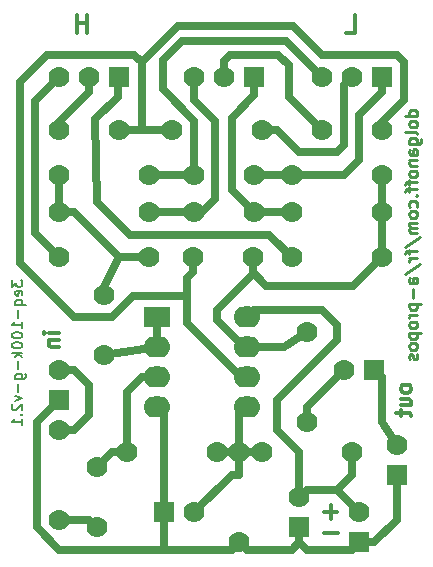
<source format=gbl>
%FSLAX46Y46*%
G04 Gerber Fmt 4.6, Leading zero omitted, Abs format (unit mm)*
G04 Created by KiCad (PCBNEW (2014-10-18 BZR 5203)-product) date 29/10/2014 12:39:24*
%MOMM*%
G01*
G04 APERTURE LIST*
%ADD10C,0.100000*%
%ADD11C,0.300000*%
%ADD12C,0.203200*%
%ADD13C,0.254000*%
%ADD14C,1.778000*%
%ADD15R,1.778000X1.778000*%
%ADD16R,2.286000X1.778000*%
%ADD17O,2.286000X1.778000*%
%ADD18C,0.635000*%
G04 APERTURE END LIST*
D10*
D11*
X119173571Y-78148571D02*
X119173571Y-76648571D01*
X119173571Y-77362857D02*
X118316428Y-77362857D01*
X118316428Y-78148571D02*
X118316428Y-76648571D01*
X141140714Y-78148571D02*
X141855000Y-78148571D01*
X141855000Y-76648571D01*
X146624524Y-108191905D02*
X146564048Y-108070952D01*
X146503571Y-108010476D01*
X146382619Y-107950000D01*
X146019762Y-107950000D01*
X145898810Y-108010476D01*
X145838333Y-108070952D01*
X145777857Y-108191905D01*
X145777857Y-108373333D01*
X145838333Y-108494285D01*
X145898810Y-108554762D01*
X146019762Y-108615238D01*
X146382619Y-108615238D01*
X146503571Y-108554762D01*
X146564048Y-108494285D01*
X146624524Y-108373333D01*
X146624524Y-108191905D01*
X145777857Y-109703810D02*
X146624524Y-109703810D01*
X145777857Y-109159524D02*
X146443095Y-109159524D01*
X146564048Y-109220000D01*
X146624524Y-109340953D01*
X146624524Y-109522381D01*
X146564048Y-109643333D01*
X146503571Y-109703810D01*
X145777857Y-110127143D02*
X145777857Y-110610953D01*
X145354524Y-110308572D02*
X146443095Y-110308572D01*
X146564048Y-110369048D01*
X146624524Y-110490001D01*
X146624524Y-110610953D01*
X116779524Y-103565476D02*
X115932857Y-103565476D01*
X115509524Y-103565476D02*
X115570000Y-103505000D01*
X115630476Y-103565476D01*
X115570000Y-103625952D01*
X115509524Y-103565476D01*
X115630476Y-103565476D01*
X115932857Y-104170238D02*
X116779524Y-104170238D01*
X116053810Y-104170238D02*
X115993333Y-104230714D01*
X115932857Y-104351667D01*
X115932857Y-104533095D01*
X115993333Y-104654047D01*
X116114286Y-104714524D01*
X116779524Y-104714524D01*
X139807143Y-118173572D02*
X139807143Y-119316429D01*
X140378571Y-118745000D02*
X139235714Y-118745000D01*
X139255572Y-120542857D02*
X140398429Y-120542857D01*
D12*
X112797167Y-99123499D02*
X112797167Y-99673832D01*
X113135833Y-99377499D01*
X113135833Y-99504499D01*
X113178167Y-99589166D01*
X113220500Y-99631499D01*
X113305167Y-99673832D01*
X113516833Y-99673832D01*
X113601500Y-99631499D01*
X113643833Y-99589166D01*
X113686167Y-99504499D01*
X113686167Y-99250499D01*
X113643833Y-99165832D01*
X113601500Y-99123499D01*
X113643833Y-100393499D02*
X113686167Y-100308833D01*
X113686167Y-100139499D01*
X113643833Y-100054833D01*
X113559167Y-100012499D01*
X113220500Y-100012499D01*
X113135833Y-100054833D01*
X113093500Y-100139499D01*
X113093500Y-100308833D01*
X113135833Y-100393499D01*
X113220500Y-100435833D01*
X113305167Y-100435833D01*
X113389833Y-100012499D01*
X113093500Y-101197833D02*
X113982500Y-101197833D01*
X113643833Y-101197833D02*
X113686167Y-101113166D01*
X113686167Y-100943833D01*
X113643833Y-100859166D01*
X113601500Y-100816833D01*
X113516833Y-100774499D01*
X113262833Y-100774499D01*
X113178167Y-100816833D01*
X113135833Y-100859166D01*
X113093500Y-100943833D01*
X113093500Y-101113166D01*
X113135833Y-101197833D01*
X113347500Y-101621166D02*
X113347500Y-102298499D01*
X113686167Y-103187499D02*
X113686167Y-102679499D01*
X113686167Y-102933499D02*
X112797167Y-102933499D01*
X112924167Y-102848833D01*
X113008833Y-102764166D01*
X113051167Y-102679499D01*
X112797167Y-103737833D02*
X112797167Y-103822500D01*
X112839500Y-103907166D01*
X112881833Y-103949500D01*
X112966500Y-103991833D01*
X113135833Y-104034166D01*
X113347500Y-104034166D01*
X113516833Y-103991833D01*
X113601500Y-103949500D01*
X113643833Y-103907166D01*
X113686167Y-103822500D01*
X113686167Y-103737833D01*
X113643833Y-103653166D01*
X113601500Y-103610833D01*
X113516833Y-103568500D01*
X113347500Y-103526166D01*
X113135833Y-103526166D01*
X112966500Y-103568500D01*
X112881833Y-103610833D01*
X112839500Y-103653166D01*
X112797167Y-103737833D01*
X112797167Y-104584500D02*
X112797167Y-104669167D01*
X112839500Y-104753833D01*
X112881833Y-104796167D01*
X112966500Y-104838500D01*
X113135833Y-104880833D01*
X113347500Y-104880833D01*
X113516833Y-104838500D01*
X113601500Y-104796167D01*
X113643833Y-104753833D01*
X113686167Y-104669167D01*
X113686167Y-104584500D01*
X113643833Y-104499833D01*
X113601500Y-104457500D01*
X113516833Y-104415167D01*
X113347500Y-104372833D01*
X113135833Y-104372833D01*
X112966500Y-104415167D01*
X112881833Y-104457500D01*
X112839500Y-104499833D01*
X112797167Y-104584500D01*
X113686167Y-105261834D02*
X112797167Y-105261834D01*
X113347500Y-105346500D02*
X113686167Y-105600500D01*
X113093500Y-105600500D02*
X113432167Y-105261834D01*
X113347500Y-105981501D02*
X113347500Y-106658834D01*
X113093500Y-107463168D02*
X113813167Y-107463168D01*
X113897833Y-107420834D01*
X113940167Y-107378501D01*
X113982500Y-107293834D01*
X113982500Y-107166834D01*
X113940167Y-107082168D01*
X113643833Y-107463168D02*
X113686167Y-107378501D01*
X113686167Y-107209168D01*
X113643833Y-107124501D01*
X113601500Y-107082168D01*
X113516833Y-107039834D01*
X113262833Y-107039834D01*
X113178167Y-107082168D01*
X113135833Y-107124501D01*
X113093500Y-107209168D01*
X113093500Y-107378501D01*
X113135833Y-107463168D01*
X113347500Y-107886501D02*
X113347500Y-108563834D01*
X113093500Y-108902501D02*
X113686167Y-109114168D01*
X113093500Y-109325834D01*
X112881833Y-109622167D02*
X112839500Y-109664501D01*
X112797167Y-109749167D01*
X112797167Y-109960834D01*
X112839500Y-110045501D01*
X112881833Y-110087834D01*
X112966500Y-110130167D01*
X113051167Y-110130167D01*
X113178167Y-110087834D01*
X113686167Y-109579834D01*
X113686167Y-110130167D01*
X113601500Y-110511168D02*
X113643833Y-110553501D01*
X113686167Y-110511168D01*
X113643833Y-110468834D01*
X113601500Y-110511168D01*
X113686167Y-110511168D01*
X113686167Y-111400167D02*
X113686167Y-110892167D01*
X113686167Y-111146167D02*
X112797167Y-111146167D01*
X112924167Y-111061501D01*
X113008833Y-110976834D01*
X113051167Y-110892167D01*
D13*
X147144619Y-85186763D02*
X146128619Y-85186763D01*
X147096238Y-85186763D02*
X147144619Y-85090001D01*
X147144619Y-84896478D01*
X147096238Y-84799716D01*
X147047857Y-84751335D01*
X146951095Y-84702954D01*
X146660810Y-84702954D01*
X146564048Y-84751335D01*
X146515667Y-84799716D01*
X146467286Y-84896478D01*
X146467286Y-85090001D01*
X146515667Y-85186763D01*
X147144619Y-85815716D02*
X147096238Y-85718954D01*
X147047857Y-85670573D01*
X146951095Y-85622192D01*
X146660810Y-85622192D01*
X146564048Y-85670573D01*
X146515667Y-85718954D01*
X146467286Y-85815716D01*
X146467286Y-85960858D01*
X146515667Y-86057620D01*
X146564048Y-86106001D01*
X146660810Y-86154382D01*
X146951095Y-86154382D01*
X147047857Y-86106001D01*
X147096238Y-86057620D01*
X147144619Y-85960858D01*
X147144619Y-85815716D01*
X147144619Y-86734954D02*
X147096238Y-86638192D01*
X146999476Y-86589811D01*
X146128619Y-86589811D01*
X146467286Y-87557429D02*
X147289762Y-87557429D01*
X147386524Y-87509048D01*
X147434905Y-87460667D01*
X147483286Y-87363906D01*
X147483286Y-87218763D01*
X147434905Y-87122001D01*
X147096238Y-87557429D02*
X147144619Y-87460667D01*
X147144619Y-87267144D01*
X147096238Y-87170382D01*
X147047857Y-87122001D01*
X146951095Y-87073620D01*
X146660810Y-87073620D01*
X146564048Y-87122001D01*
X146515667Y-87170382D01*
X146467286Y-87267144D01*
X146467286Y-87460667D01*
X146515667Y-87557429D01*
X147144619Y-88476667D02*
X146612429Y-88476667D01*
X146515667Y-88428286D01*
X146467286Y-88331524D01*
X146467286Y-88138001D01*
X146515667Y-88041239D01*
X147096238Y-88476667D02*
X147144619Y-88379905D01*
X147144619Y-88138001D01*
X147096238Y-88041239D01*
X146999476Y-87992858D01*
X146902714Y-87992858D01*
X146805952Y-88041239D01*
X146757571Y-88138001D01*
X146757571Y-88379905D01*
X146709190Y-88476667D01*
X146467286Y-88960477D02*
X147144619Y-88960477D01*
X146564048Y-88960477D02*
X146515667Y-89008858D01*
X146467286Y-89105620D01*
X146467286Y-89250762D01*
X146515667Y-89347524D01*
X146612429Y-89395905D01*
X147144619Y-89395905D01*
X147144619Y-90024858D02*
X147096238Y-89928096D01*
X147047857Y-89879715D01*
X146951095Y-89831334D01*
X146660810Y-89831334D01*
X146564048Y-89879715D01*
X146515667Y-89928096D01*
X146467286Y-90024858D01*
X146467286Y-90170000D01*
X146515667Y-90266762D01*
X146564048Y-90315143D01*
X146660810Y-90363524D01*
X146951095Y-90363524D01*
X147047857Y-90315143D01*
X147096238Y-90266762D01*
X147144619Y-90170000D01*
X147144619Y-90024858D01*
X146467286Y-90653810D02*
X146467286Y-91040858D01*
X147144619Y-90798953D02*
X146273762Y-90798953D01*
X146177000Y-90847334D01*
X146128619Y-90944096D01*
X146128619Y-91040858D01*
X146467286Y-91234381D02*
X146467286Y-91621429D01*
X147144619Y-91379524D02*
X146273762Y-91379524D01*
X146177000Y-91427905D01*
X146128619Y-91524667D01*
X146128619Y-91621429D01*
X147047857Y-91960095D02*
X147096238Y-92008476D01*
X147144619Y-91960095D01*
X147096238Y-91911714D01*
X147047857Y-91960095D01*
X147144619Y-91960095D01*
X147096238Y-92879333D02*
X147144619Y-92782571D01*
X147144619Y-92589048D01*
X147096238Y-92492286D01*
X147047857Y-92443905D01*
X146951095Y-92395524D01*
X146660810Y-92395524D01*
X146564048Y-92443905D01*
X146515667Y-92492286D01*
X146467286Y-92589048D01*
X146467286Y-92782571D01*
X146515667Y-92879333D01*
X147144619Y-93459905D02*
X147096238Y-93363143D01*
X147047857Y-93314762D01*
X146951095Y-93266381D01*
X146660810Y-93266381D01*
X146564048Y-93314762D01*
X146515667Y-93363143D01*
X146467286Y-93459905D01*
X146467286Y-93605047D01*
X146515667Y-93701809D01*
X146564048Y-93750190D01*
X146660810Y-93798571D01*
X146951095Y-93798571D01*
X147047857Y-93750190D01*
X147096238Y-93701809D01*
X147144619Y-93605047D01*
X147144619Y-93459905D01*
X147144619Y-94234000D02*
X146467286Y-94234000D01*
X146564048Y-94234000D02*
X146515667Y-94282381D01*
X146467286Y-94379143D01*
X146467286Y-94524285D01*
X146515667Y-94621047D01*
X146612429Y-94669428D01*
X147144619Y-94669428D01*
X146612429Y-94669428D02*
X146515667Y-94717809D01*
X146467286Y-94814571D01*
X146467286Y-94959714D01*
X146515667Y-95056476D01*
X146612429Y-95104857D01*
X147144619Y-95104857D01*
X146080238Y-96314381D02*
X147386524Y-95443524D01*
X146467286Y-96507905D02*
X146467286Y-96894953D01*
X147144619Y-96653048D02*
X146273762Y-96653048D01*
X146177000Y-96701429D01*
X146128619Y-96798191D01*
X146128619Y-96894953D01*
X147144619Y-97233619D02*
X146467286Y-97233619D01*
X146660810Y-97233619D02*
X146564048Y-97282000D01*
X146515667Y-97330381D01*
X146467286Y-97427143D01*
X146467286Y-97523904D01*
X146080238Y-98588285D02*
X147386524Y-97717428D01*
X147144619Y-99362380D02*
X146612429Y-99362380D01*
X146515667Y-99313999D01*
X146467286Y-99217237D01*
X146467286Y-99023714D01*
X146515667Y-98926952D01*
X147096238Y-99362380D02*
X147144619Y-99265618D01*
X147144619Y-99023714D01*
X147096238Y-98926952D01*
X146999476Y-98878571D01*
X146902714Y-98878571D01*
X146805952Y-98926952D01*
X146757571Y-99023714D01*
X146757571Y-99265618D01*
X146709190Y-99362380D01*
X146757571Y-99846190D02*
X146757571Y-100620285D01*
X146467286Y-101104095D02*
X147483286Y-101104095D01*
X146515667Y-101104095D02*
X146467286Y-101200857D01*
X146467286Y-101394380D01*
X146515667Y-101491142D01*
X146564048Y-101539523D01*
X146660810Y-101587904D01*
X146951095Y-101587904D01*
X147047857Y-101539523D01*
X147096238Y-101491142D01*
X147144619Y-101394380D01*
X147144619Y-101200857D01*
X147096238Y-101104095D01*
X147144619Y-102023333D02*
X146467286Y-102023333D01*
X146660810Y-102023333D02*
X146564048Y-102071714D01*
X146515667Y-102120095D01*
X146467286Y-102216857D01*
X146467286Y-102313618D01*
X147144619Y-102797428D02*
X147096238Y-102700666D01*
X147047857Y-102652285D01*
X146951095Y-102603904D01*
X146660810Y-102603904D01*
X146564048Y-102652285D01*
X146515667Y-102700666D01*
X146467286Y-102797428D01*
X146467286Y-102942570D01*
X146515667Y-103039332D01*
X146564048Y-103087713D01*
X146660810Y-103136094D01*
X146951095Y-103136094D01*
X147047857Y-103087713D01*
X147096238Y-103039332D01*
X147144619Y-102942570D01*
X147144619Y-102797428D01*
X146467286Y-103571523D02*
X147483286Y-103571523D01*
X146515667Y-103571523D02*
X146467286Y-103668285D01*
X146467286Y-103861808D01*
X146515667Y-103958570D01*
X146564048Y-104006951D01*
X146660810Y-104055332D01*
X146951095Y-104055332D01*
X147047857Y-104006951D01*
X147096238Y-103958570D01*
X147144619Y-103861808D01*
X147144619Y-103668285D01*
X147096238Y-103571523D01*
X147144619Y-104635904D02*
X147096238Y-104539142D01*
X147047857Y-104490761D01*
X146951095Y-104442380D01*
X146660810Y-104442380D01*
X146564048Y-104490761D01*
X146515667Y-104539142D01*
X146467286Y-104635904D01*
X146467286Y-104781046D01*
X146515667Y-104877808D01*
X146564048Y-104926189D01*
X146660810Y-104974570D01*
X146951095Y-104974570D01*
X147047857Y-104926189D01*
X147096238Y-104877808D01*
X147144619Y-104781046D01*
X147144619Y-104635904D01*
X147096238Y-105361618D02*
X147144619Y-105458380D01*
X147144619Y-105651904D01*
X147096238Y-105748665D01*
X146999476Y-105797046D01*
X146951095Y-105797046D01*
X146854333Y-105748665D01*
X146805952Y-105651904D01*
X146805952Y-105506761D01*
X146757571Y-105409999D01*
X146660810Y-105361618D01*
X146612429Y-105361618D01*
X146515667Y-105409999D01*
X146467286Y-105506761D01*
X146467286Y-105651904D01*
X146515667Y-105748665D01*
D14*
X120015000Y-120015000D03*
X120015000Y-114935000D03*
X128270000Y-90170000D03*
X133350000Y-90170000D03*
X128270000Y-93345000D03*
X133350000Y-93345000D03*
X139065000Y-86360000D03*
X144145000Y-86360000D03*
X116840000Y-86360000D03*
X121920000Y-86360000D03*
D15*
X116840000Y-109220000D03*
D14*
X116840000Y-106680000D03*
D15*
X145415000Y-115570000D03*
D14*
X145415000Y-113030000D03*
D15*
X142240000Y-121285000D03*
D14*
X142240000Y-118745000D03*
X116840000Y-119380000D03*
X116840000Y-111760000D03*
X130175000Y-113665000D03*
X122555000Y-113665000D03*
X124460000Y-90170000D03*
X116840000Y-90170000D03*
X124460000Y-93345000D03*
X116840000Y-93345000D03*
X116840000Y-97155000D03*
X124460000Y-97155000D03*
X133985000Y-86360000D03*
X126365000Y-86360000D03*
X144145000Y-90170000D03*
X136525000Y-90170000D03*
X144145000Y-93345000D03*
X136525000Y-93345000D03*
X144145000Y-97155000D03*
X136525000Y-97155000D03*
X137795000Y-111125000D03*
X137795000Y-103505000D03*
X133985000Y-113665000D03*
X141605000Y-113665000D03*
X132080000Y-121285000D03*
X132080000Y-113665000D03*
D15*
X144145000Y-81915000D03*
D14*
X141605000Y-81915000D03*
X139065000Y-81915000D03*
D15*
X133350000Y-81915000D03*
D14*
X130810000Y-81915000D03*
X128270000Y-81915000D03*
D15*
X121920000Y-81915000D03*
D14*
X119380000Y-81915000D03*
X116840000Y-81915000D03*
D16*
X125095000Y-102235000D03*
D17*
X125095000Y-104775000D03*
X125095000Y-107315000D03*
X125095000Y-109855000D03*
X132715000Y-109855000D03*
X132715000Y-107315000D03*
X132715000Y-104775000D03*
X132715000Y-102235000D03*
D14*
X128143000Y-97155000D03*
X133223000Y-97155000D03*
X120650000Y-100330000D03*
X120650000Y-105410000D03*
X140970000Y-106680000D03*
D15*
X143510000Y-106680000D03*
D14*
X128270000Y-118745000D03*
D15*
X125730000Y-118745000D03*
D14*
X137160000Y-117475000D03*
D15*
X137160000Y-120015000D03*
D18*
X116840000Y-119380000D02*
X119380000Y-119380000D01*
X119380000Y-119380000D02*
X120015000Y-120015000D01*
X120015000Y-114935000D02*
X121285000Y-113665000D01*
X121285000Y-113665000D02*
X122555000Y-113665000D01*
X122555000Y-113665000D02*
X122555000Y-108585000D01*
X123825000Y-107315000D02*
X125095000Y-107315000D01*
X122555000Y-108585000D02*
X123825000Y-107315000D01*
X116840000Y-93345000D02*
X116840000Y-90170000D01*
X117221000Y-93345000D02*
X116840000Y-93345000D01*
X124460000Y-97155000D02*
X121920000Y-97155000D01*
X120650000Y-99695000D02*
X121920000Y-97155000D01*
X120650000Y-100330000D02*
X120650000Y-99695000D01*
X118110000Y-93345000D02*
X121920000Y-97155000D01*
X116840000Y-93345000D02*
X118110000Y-93345000D01*
X125095000Y-102235000D02*
X125095000Y-104775000D01*
X120650000Y-105410000D02*
X125095000Y-104775000D01*
X128270000Y-90170000D02*
X124460000Y-90170000D01*
X136016991Y-78866991D02*
X139065000Y-81915000D01*
X128270000Y-90170000D02*
X128270000Y-85598000D01*
X128270000Y-85598000D02*
X125603000Y-82931000D01*
X125603000Y-82931000D02*
X125603000Y-80483460D01*
X125603000Y-80483460D02*
X127219469Y-78866991D01*
X127219469Y-78866991D02*
X136016991Y-78866991D01*
X133350000Y-90170000D02*
X136525000Y-90170000D01*
X144145000Y-83185000D02*
X142240000Y-85090000D01*
X142240000Y-85090000D02*
X142240000Y-88900000D01*
X142240000Y-88900000D02*
X140970000Y-90170000D01*
X140970000Y-90170000D02*
X136525000Y-90170000D01*
X144145000Y-81915000D02*
X144145000Y-83185000D01*
X128270000Y-93345000D02*
X124460000Y-93345000D01*
X128270000Y-83820000D02*
X128270000Y-81915000D01*
X130048000Y-85598000D02*
X128270000Y-83820000D01*
X130048000Y-92202000D02*
X130048000Y-85598000D01*
X128905000Y-93345000D02*
X130048000Y-92202000D01*
X128270000Y-93345000D02*
X128905000Y-93345000D01*
X133350000Y-93345000D02*
X136525000Y-93345000D01*
X131445000Y-91440000D02*
X131445000Y-85344000D01*
X131445000Y-85344000D02*
X133350000Y-83439000D01*
X133350000Y-83439000D02*
X133350000Y-81915000D01*
X133350000Y-93345000D02*
X131445000Y-91440000D01*
X136271000Y-83566000D02*
X139065000Y-86360000D01*
X136271000Y-80899000D02*
X136271000Y-83566000D01*
X135382000Y-80010000D02*
X136271000Y-80899000D01*
X131318000Y-80010000D02*
X135382000Y-80010000D01*
X130810000Y-80518000D02*
X131318000Y-80010000D01*
X130810000Y-81915000D02*
X130810000Y-80518000D01*
X116840000Y-86360000D02*
X116840000Y-85725000D01*
X119380000Y-83185000D02*
X119380000Y-81915000D01*
X116840000Y-85725000D02*
X119380000Y-83185000D01*
X137795000Y-109855000D02*
X140970000Y-106680000D01*
X137795000Y-111125000D02*
X137795000Y-109855000D01*
X144145000Y-107315000D02*
X143510000Y-106680000D01*
X144145000Y-111125000D02*
X145415000Y-113030000D01*
X144145000Y-107315000D02*
X144145000Y-111125000D01*
X132080000Y-113665000D02*
X130175000Y-113665000D01*
X132080000Y-113665000D02*
X133985000Y-113665000D01*
X132080000Y-110490000D02*
X132715000Y-109855000D01*
X132080000Y-113665000D02*
X132080000Y-110490000D01*
X131445000Y-115570000D02*
X128270000Y-118745000D01*
X132080000Y-113665000D02*
X132080000Y-115570000D01*
X132080000Y-115570000D02*
X131445000Y-115570000D01*
X116840000Y-109220000D02*
X114935000Y-111125000D01*
X114935000Y-111125000D02*
X114935000Y-120015000D01*
X114935000Y-120015000D02*
X116840000Y-121920000D01*
X116840000Y-121920000D02*
X125095000Y-121920000D01*
X142240000Y-121285000D02*
X143510000Y-121285000D01*
X145415000Y-119380000D02*
X145415000Y-115570000D01*
X143510000Y-121285000D02*
X145415000Y-119380000D01*
X131445000Y-121920000D02*
X132080000Y-121285000D01*
X125730000Y-121920000D02*
X131445000Y-121920000D01*
X125095000Y-121920000D02*
X125730000Y-121920000D01*
X136525000Y-121920000D02*
X137160000Y-121285000D01*
X132715000Y-121920000D02*
X136525000Y-121920000D01*
X132080000Y-121285000D02*
X132715000Y-121920000D01*
X141605000Y-121920000D02*
X142240000Y-121285000D01*
X137795000Y-121920000D02*
X141605000Y-121920000D01*
X137160000Y-121285000D02*
X137795000Y-121920000D01*
X125730000Y-118745000D02*
X125730000Y-121920000D01*
X125730000Y-110490000D02*
X125095000Y-109855000D01*
X125730000Y-118745000D02*
X125730000Y-110490000D01*
X137160000Y-121285000D02*
X137160000Y-120015000D01*
X140335000Y-116840000D02*
X142240000Y-118745000D01*
X141605000Y-115570000D02*
X141605000Y-113665000D01*
X140335000Y-116840000D02*
X141605000Y-115570000D01*
X137795000Y-116840000D02*
X137160000Y-117475000D01*
X140335000Y-116840000D02*
X137795000Y-116840000D01*
X133350000Y-101600000D02*
X132715000Y-102235000D01*
X137160000Y-113665000D02*
X135255000Y-111760000D01*
X135255000Y-111760000D02*
X135255000Y-109220000D01*
X135255000Y-109220000D02*
X140335000Y-104140000D01*
X140335000Y-104140000D02*
X140335000Y-102870000D01*
X140335000Y-102870000D02*
X139065000Y-101600000D01*
X139065000Y-101600000D02*
X133350000Y-101600000D01*
X137160000Y-117475000D02*
X137160000Y-113665000D01*
X116840000Y-111760000D02*
X118110000Y-111760000D01*
X118110000Y-111760000D02*
X119380000Y-110490000D01*
X119380000Y-110490000D02*
X119380000Y-107950000D01*
X119380000Y-107950000D02*
X118110000Y-106680000D01*
X118110000Y-106680000D02*
X116840000Y-106680000D01*
X114808000Y-95123000D02*
X114808000Y-83947000D01*
X114808000Y-83947000D02*
X116840000Y-81915000D01*
X116840000Y-97155000D02*
X114808000Y-95123000D01*
X140970000Y-87630000D02*
X140335000Y-88265000D01*
X140970000Y-87630000D02*
X140970000Y-82550000D01*
X135255000Y-86360000D02*
X137160000Y-88265000D01*
X137160000Y-88265000D02*
X140335000Y-88265000D01*
X135255000Y-86360000D02*
X133985000Y-86360000D01*
X141605000Y-81915000D02*
X140970000Y-82550000D01*
X134620000Y-95250000D02*
X136525000Y-97155000D01*
X122809000Y-95250000D02*
X134620000Y-95250000D01*
X120015000Y-92456000D02*
X122809000Y-95250000D01*
X119888000Y-85471000D02*
X120015000Y-92456000D01*
X121793000Y-83566000D02*
X119888000Y-85471000D01*
X121920000Y-81915000D02*
X121793000Y-83566000D01*
X123825000Y-80645000D02*
X126873000Y-77597000D01*
X126873000Y-77597000D02*
X136652000Y-77597000D01*
X136652000Y-77597000D02*
X139065000Y-80010000D01*
X139065000Y-80010000D02*
X145415000Y-80010000D01*
X145415000Y-80010000D02*
X146050000Y-80645000D01*
X146050000Y-80645000D02*
X146050000Y-83820000D01*
X146050000Y-83820000D02*
X144145000Y-85725000D01*
X144145000Y-85725000D02*
X144145000Y-86360000D01*
X132715000Y-107315000D02*
X132080000Y-107315000D01*
X123825000Y-86360000D02*
X126365000Y-86360000D01*
X121920000Y-86360000D02*
X123825000Y-86360000D01*
X123825000Y-86360000D02*
X123825000Y-80645000D01*
X127635000Y-102743000D02*
X127635000Y-100457000D01*
X132207000Y-107315000D02*
X127635000Y-102743000D01*
X132715000Y-107315000D02*
X132207000Y-107315000D01*
X127635000Y-98920235D02*
X127635000Y-100457000D01*
X128143000Y-98412235D02*
X127635000Y-98920235D01*
X128143000Y-97155000D02*
X128143000Y-98412235D01*
X123190000Y-80010000D02*
X123825000Y-80645000D01*
X115824000Y-80010000D02*
X123190000Y-80010000D01*
X113538000Y-82296000D02*
X115824000Y-80010000D01*
X113538000Y-97663000D02*
X113538000Y-82296000D01*
X118110000Y-102235000D02*
X113538000Y-97663000D01*
X121285000Y-102235000D02*
X118110000Y-102235000D01*
X123063000Y-100457000D02*
X121285000Y-102235000D01*
X127635000Y-100457000D02*
X123063000Y-100457000D01*
X132715000Y-104775000D02*
X132461000Y-104775000D01*
X132461000Y-104775000D02*
X130175000Y-102489000D01*
X130175000Y-102489000D02*
X130175000Y-101600000D01*
X130175000Y-101600000D02*
X133223000Y-98552000D01*
X133223000Y-98552000D02*
X133223000Y-97155000D01*
X144145000Y-93345000D02*
X144145000Y-97155000D01*
X144145000Y-90170000D02*
X144145000Y-93345000D01*
X132715000Y-104775000D02*
X135890000Y-104775000D01*
X135890000Y-104775000D02*
X137795000Y-103505000D01*
X133223000Y-98412235D02*
X134378765Y-99568000D01*
X133223000Y-97155000D02*
X133223000Y-98412235D01*
X141732000Y-99568000D02*
X144145000Y-97155000D01*
X134378765Y-99568000D02*
X141732000Y-99568000D01*
M02*

</source>
